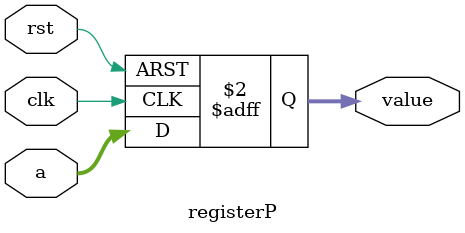
<source format=sv>
module registerP(input logic [9:0] a, input logic clk, input logic rst, output logic [9:0] value);

	always_ff @(posedge clk, posedge rst)
		if(rst)
			value<= 10'b0;
		else
			value <= a;
			
endmodule 
</source>
